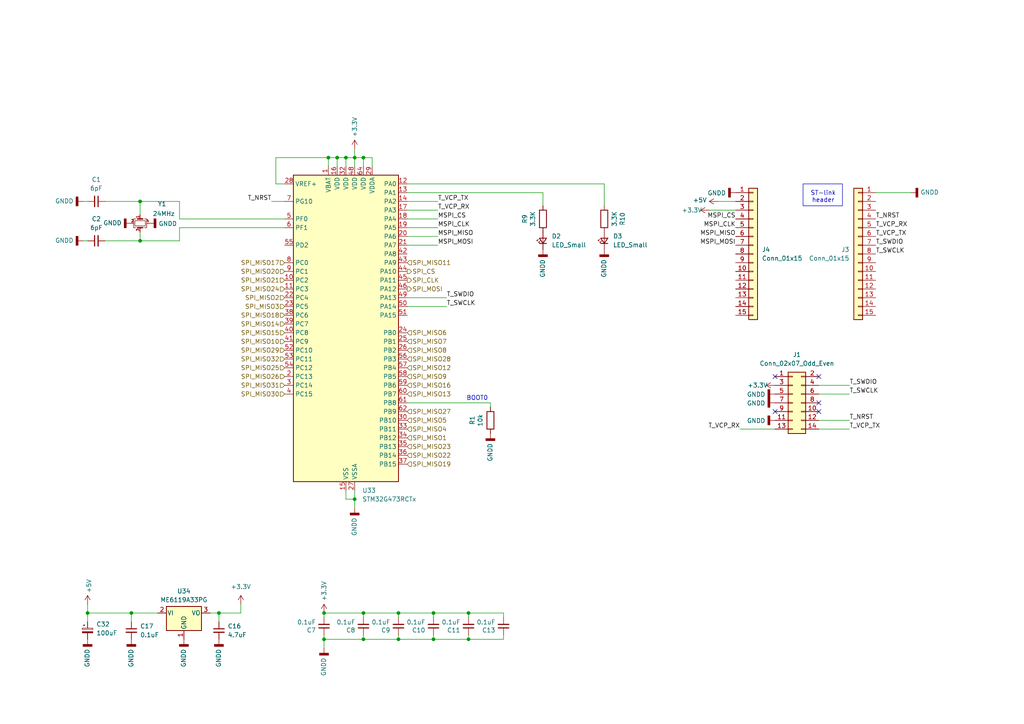
<source format=kicad_sch>
(kicad_sch (version 20231120) (generator "eeschema") (generator_version "8.0")
  (paper "A4")
  (lib_symbols
    (symbol "Connector_Generic:Conn_01x15" (pin_names (offset 1.016) hide)
      (property "Reference" "J" (at 0 20.32 0))
      (property "Value" "Conn_01x15" (at 0 -20.32 0))
      (symbol "Conn_01x15_1_1"
        (rectangle (start -1.27 -17.653) (end 0 -17.907) (stroke (width 0.1524)))
        (rectangle (start -1.27 -15.113) (end 0 -15.367) (stroke (width 0.1524)))
        (rectangle (start -1.27 -12.573) (end 0 -12.827) (stroke (width 0.1524)))
        (rectangle (start -1.27 -10.033) (end 0 -10.287) (stroke (width 0.1524)))
        (rectangle (start -1.27 -7.493) (end 0 -7.747) (stroke (width 0.1524)))
        (rectangle (start -1.27 -4.953) (end 0 -5.207) (stroke (width 0.1524)))
        (rectangle (start -1.27 -2.413) (end 0 -2.667) (stroke (width 0.1524)))
        (rectangle (start -1.27 0.127) (end 0 -0.127) (stroke (width 0.1524)))
        (rectangle (start -1.27 2.667) (end 0 2.413) (stroke (width 0.1524)))
        (rectangle (start -1.27 5.207) (end 0 4.953) (stroke (width 0.1524)))
        (rectangle (start -1.27 7.747) (end 0 7.493) (stroke (width 0.1524)))
        (rectangle (start -1.27 10.287) (end 0 10.033) (stroke (width 0.1524)))
        (rectangle (start -1.27 12.827) (end 0 12.573) (stroke (width 0.1524)))
        (rectangle (start -1.27 15.367) (end 0 15.113) (stroke (width 0.1524)))
        (rectangle (start -1.27 17.907) (end 0 17.653) (stroke (width 0.1524)))
        (rectangle (start -1.27 19.05) (end 1.27 -19.05) (stroke (width 0.254)) (fill (type background)))
        (pin passive line (at -5.08 17.78 0) (length 3.81) (name "Pin_1") (number "1"))
        (pin passive line (at -5.08 -5.08 0) (length 3.81) (name "Pin_10") (number "10"))
        (pin passive line (at -5.08 -7.62 0) (length 3.81) (name "Pin_11") (number "11"))
        (pin passive line (at -5.08 -10.16 0) (length 3.81) (name "Pin_12") (number "12"))
        (pin passive line (at -5.08 -12.7 0) (length 3.81) (name "Pin_13") (number "13"))
        (pin passive line (at -5.08 -15.24 0) (length 3.81) (name "Pin_14") (number "14"))
        (pin passive line (at -5.08 -17.78 0) (length 3.81) (name "Pin_15") (number "15"))
        (pin passive line (at -5.08 15.24 0) (length 3.81) (name "Pin_2") (number "2"))
        (pin passive line (at -5.08 12.7 0) (length 3.81) (name "Pin_3") (number "3"))
        (pin passive line (at -5.08 10.16 0) (length 3.81) (name "Pin_4") (number "4"))
        (pin passive line (at -5.08 7.62 0) (length 3.81) (name "Pin_5") (number "5"))
        (pin passive line (at -5.08 5.08 0) (length 3.81) (name "Pin_6") (number "6"))
        (pin passive line (at -5.08 2.54 0) (length 3.81) (name "Pin_7") (number "7"))
        (pin passive line (at -5.08 0 0) (length 3.81) (name "Pin_8") (number "8"))
        (pin passive line (at -5.08 -2.54 0) (length 3.81) (name "Pin_9") (number "9"))
      )
    )
    (symbol "Connector_Generic:Conn_02x07_Odd_Even" (pin_names (offset 1.016) hide)
      (property "Reference" "J" (at 1.27 10.16 0))
      (property "Value" "Conn_02x07_Odd_Even" (at 1.27 -10.16 0))
      (symbol "Conn_02x07_Odd_Even_1_1"
        (rectangle (start -1.27 -7.493) (end 0 -7.747) (stroke (width 0.1524)))
        (rectangle (start -1.27 -4.953) (end 0 -5.207) (stroke (width 0.1524)))
        (rectangle (start -1.27 -2.413) (end 0 -2.667) (stroke (width 0.1524)))
        (rectangle (start -1.27 0.127) (end 0 -0.127) (stroke (width 0.1524)))
        (rectangle (start -1.27 2.667) (end 0 2.413) (stroke (width 0.1524)))
        (rectangle (start -1.27 5.207) (end 0 4.953) (stroke (width 0.1524)))
        (rectangle (start -1.27 7.747) (end 0 7.493) (stroke (width 0.1524)))
        (rectangle (start -1.27 8.89) (end 3.81 -8.89) (stroke (width 0.254)) (fill (type background)))
        (rectangle (start 3.81 -7.493) (end 2.54 -7.747) (stroke (width 0.1524)))
        (rectangle (start 3.81 -4.953) (end 2.54 -5.207) (stroke (width 0.1524)))
        (rectangle (start 3.81 -2.413) (end 2.54 -2.667) (stroke (width 0.1524)))
        (rectangle (start 3.81 0.127) (end 2.54 -0.127) (stroke (width 0.1524)))
        (rectangle (start 3.81 2.667) (end 2.54 2.413) (stroke (width 0.1524)))
        (rectangle (start 3.81 5.207) (end 2.54 4.953) (stroke (width 0.1524)))
        (rectangle (start 3.81 7.747) (end 2.54 7.493) (stroke (width 0.1524)))
        (pin passive line (at -5.08 7.62 0) (length 3.81) (name "Pin_1") (number "1"))
        (pin passive line (at 7.62 -2.54 180) (length 3.81) (name "Pin_10") (number "10"))
        (pin passive line (at -5.08 -5.08 0) (length 3.81) (name "Pin_11") (number "11"))
        (pin passive line (at 7.62 -5.08 180) (length 3.81) (name "Pin_12") (number "12"))
        (pin passive line (at -5.08 -7.62 0) (length 3.81) (name "Pin_13") (number "13"))
        (pin passive line (at 7.62 -7.62 180) (length 3.81) (name "Pin_14") (number "14"))
        (pin passive line (at 7.62 7.62 180) (length 3.81) (name "Pin_2") (number "2"))
        (pin passive line (at -5.08 5.08 0) (length 3.81) (name "Pin_3") (number "3"))
        (pin passive line (at 7.62 5.08 180) (length 3.81) (name "Pin_4") (number "4"))
        (pin passive line (at -5.08 2.54 0) (length 3.81) (name "Pin_5") (number "5"))
        (pin passive line (at 7.62 2.54 180) (length 3.81) (name "Pin_6") (number "6"))
        (pin passive line (at -5.08 0 0) (length 3.81) (name "Pin_7") (number "7"))
        (pin passive line (at 7.62 0 180) (length 3.81) (name "Pin_8") (number "8"))
        (pin passive line (at -5.08 -2.54 0) (length 3.81) (name "Pin_9") (number "9"))
      )
    )
    (symbol "Device:C_Polarized_Small" (pin_numbers hide) (pin_names (offset 0.254) hide)
      (property "Reference" "C" (at 0.254 1.778 0))
      (property "Value" "C_Polarized_Small" (at 0.254 -2.032 0))
      (symbol "C_Polarized_Small_0_1"
        (rectangle (start -1.524 -0.3048) (end 1.524 -0.6858) (fill (type outline)))
        (rectangle (start -1.524 0.6858) (end 1.524 0.3048))
        (polyline (pts (xy -1.27 1.524) (xy -0.762 1.524)))
        (polyline (pts (xy -1.016 1.27) (xy -1.016 1.778)))
      )
      (symbol "C_Polarized_Small_1_1"
        (pin passive line (at 0 2.54 270) (length 1.8542) (name "~") (number "1"))
        (pin passive line (at 0 -2.54 90) (length 1.8542) (name "~") (number "2"))
      )
    )
    (symbol "Device:C_Small" (pin_numbers hide) (pin_names (offset 0.254) hide)
      (property "Reference" "C" (at 0.254 1.778 0))
      (property "Value" "C_Small" (at 0.254 -2.032 0))
      (symbol "C_Small_0_1"
        (polyline (pts (xy -1.524 -0.508) (xy 1.524 -0.508)) (stroke (width 0.3302)))
        (polyline (pts (xy -1.524 0.508) (xy 1.524 0.508)) (stroke (width 0.3048)))
      )
      (symbol "C_Small_1_1"
        (pin passive line (at 0 2.54 270) (length 2.032) (name "~") (number "1"))
        (pin passive line (at 0 -2.54 90) (length 2.032) (name "~") (number "2"))
      )
    )
    (symbol "Device:Crystal_GND24_Small" (pin_names (offset 1.016) hide)
      (property "Reference" "Y" (at 1.27 4.445 0))
      (property "Value" "Crystal_GND24_Small" (at 1.27 2.54 0))
      (symbol "Crystal_GND24_Small_0_1"
        (rectangle (start -0.762 -1.524) (end 0.762 1.524))
        (polyline (pts (xy -1.27 -0.762) (xy -1.27 0.762)) (stroke (width 0.381)))
        (polyline (pts (xy 1.27 -0.762) (xy 1.27 0.762)) (stroke (width 0.381)))
        (polyline (pts (xy -1.27 -1.27) (xy -1.27 -1.905) (xy 1.27 -1.905) (xy 1.27 -1.27)))
        (polyline (pts (xy -1.27 1.27) (xy -1.27 1.905) (xy 1.27 1.905) (xy 1.27 1.27)))
      )
      (symbol "Crystal_GND24_Small_1_1"
        (pin passive line (at -2.54 0 0) (length 1.27) (name "1") (number "1"))
        (pin passive line (at 0 -2.54 90) (length 0.635) (name "2") (number "2"))
        (pin passive line (at 2.54 0 180) (length 1.27) (name "3") (number "3"))
        (pin passive line (at 0 2.54 270) (length 0.635) (name "4") (number "4"))
      )
    )
    (symbol "Device:LED_Small" (pin_numbers hide) (pin_names (offset 0.254) hide)
      (property "Reference" "D" (at -1.27 3.175 0))
      (property "Value" "LED_Small" (at -4.445 -2.54 0))
      (symbol "LED_Small_0_1"
        (polyline (pts (xy -0.762 -1.016) (xy -0.762 1.016)) (stroke (width 0.254)))
        (polyline (pts (xy 1.016 0) (xy -0.762 0)))
        (polyline (pts (xy 0.762 -1.016) (xy -0.762 0) (xy 0.762 1.016) (xy 0.762 -1.016)) (stroke (width 0.254)))
        (polyline (pts (xy 0 0.762) (xy -0.508 1.27) (xy -0.254 1.27) (xy -0.508 1.27) (xy -0.508 1.016)))
        (polyline (pts (xy 0.508 1.27) (xy 0 1.778) (xy 0.254 1.778) (xy 0 1.778) (xy 0 1.524)))
      )
      (symbol "LED_Small_1_1"
        (pin passive line (at -2.54 0 0) (length 1.778) (name "K") (number "1"))
        (pin passive line (at 2.54 0 180) (length 1.778) (name "A") (number "2"))
      )
    )
    (symbol "Device:R" (pin_numbers hide) (pin_names (offset 0))
      (property "Reference" "R" (at 2.032 0 90))
      (property "Value" "R" (at 0 0 90))
      (symbol "R_0_1"
        (rectangle (start -1.016 -2.54) (end 1.016 2.54) (stroke (width 0.254)))
      )
      (symbol "R_1_1"
        (pin passive line (at 0 3.81 270) (length 1.27) (name "~") (number "1"))
        (pin passive line (at 0 -3.81 90) (length 1.27) (name "~") (number "2"))
      )
    )
    (symbol "MCU_ST_STM32G4:STM32G473RCTx"
      (property "Reference" "U" (at -15.24 46.99 0))
      (property "Value" "STM32G473RCTx" (at 10.16 46.99 0))
      (symbol "STM32G473RCTx_0_1"
        (rectangle (start -15.24 -43.18) (end 15.24 45.72) (stroke (width 0.254)) (fill (type background)))
      )
      (symbol "STM32G473RCTx_1_1"
        (pin power_in line (at -5.08 48.26 270) (length 2.54) (name "VBAT") (number "1"))
        (pin bidirectional line (at -17.78 15.24 0) (length 2.54) (name "PC2") (number "10"))
        (pin bidirectional line (at -17.78 12.7 0) (length 2.54) (name "PC3") (number "11"))
        (pin bidirectional line (at 17.78 43.18 180) (length 2.54) (name "PA0") (number "12"))
        (pin bidirectional line (at 17.78 40.64 180) (length 2.54) (name "PA1") (number "13"))
        (pin bidirectional line (at 17.78 38.1 180) (length 2.54) (name "PA2") (number "14"))
        (pin power_in line (at 0 -45.72 90) (length 2.54) (name "VSS") (number "15"))
        (pin power_in line (at -2.54 48.26 270) (length 2.54) (name "VDD") (number "16"))
        (pin bidirectional line (at 17.78 35.56 180) (length 2.54) (name "PA3") (number "17"))
        (pin bidirectional line (at 17.78 33.02 180) (length 2.54) (name "PA4") (number "18"))
        (pin bidirectional line (at 17.78 30.48 180) (length 2.54) (name "PA5") (number "19"))
        (pin bidirectional line (at -17.78 -12.7 0) (length 2.54) (name "PC13") (number "2"))
        (pin bidirectional line (at 17.78 27.94 180) (length 2.54) (name "PA6") (number "20"))
        (pin bidirectional line (at 17.78 25.4 180) (length 2.54) (name "PA7") (number "21"))
        (pin bidirectional line (at -17.78 10.16 0) (length 2.54) (name "PC4") (number "22"))
        (pin bidirectional line (at -17.78 7.62 0) (length 2.54) (name "PC5") (number "23"))
        (pin bidirectional line (at 17.78 0 180) (length 2.54) (name "PB0") (number "24"))
        (pin bidirectional line (at 17.78 -2.54 180) (length 2.54) (name "PB1") (number "25"))
        (pin bidirectional line (at 17.78 -5.08 180) (length 2.54) (name "PB2") (number "26"))
        (pin power_in line (at 2.54 -45.72 90) (length 2.54) (name "VSSA") (number "27"))
        (pin input line (at -17.78 43.18 0) (length 2.54) (name "VREF+") (number "28"))
        (pin power_in line (at 7.62 48.26 270) (length 2.54) (name "VDDA") (number "29"))
        (pin bidirectional line (at -17.78 -15.24 0) (length 2.54) (name "PC14") (number "3"))
        (pin bidirectional line (at 17.78 -25.4 180) (length 2.54) (name "PB10") (number "30"))
        (pin passive line (at 0 -45.72 90) (length 2.54) hide (name "VSS") (number "31"))
        (pin power_in line (at 0 48.26 270) (length 2.54) (name "VDD") (number "32"))
        (pin bidirectional line (at 17.78 -27.94 180) (length 2.54) (name "PB11") (number "33"))
        (pin bidirectional line (at 17.78 -30.48 180) (length 2.54) (name "PB12") (number "34"))
        (pin bidirectional line (at 17.78 -33.02 180) (length 2.54) (name "PB13") (number "35"))
        (pin bidirectional line (at 17.78 -35.56 180) (length 2.54) (name "PB14") (number "36"))
        (pin bidirectional line (at 17.78 -38.1 180) (length 2.54) (name "PB15") (number "37"))
        (pin bidirectional line (at -17.78 5.08 0) (length 2.54) (name "PC6") (number "38"))
        (pin bidirectional line (at -17.78 2.54 0) (length 2.54) (name "PC7") (number "39"))
        (pin bidirectional line (at -17.78 -17.78 0) (length 2.54) (name "PC15") (number "4"))
        (pin bidirectional line (at -17.78 0 0) (length 2.54) (name "PC8") (number "40"))
        (pin bidirectional line (at -17.78 -2.54 0) (length 2.54) (name "PC9") (number "41"))
        (pin bidirectional line (at 17.78 22.86 180) (length 2.54) (name "PA8") (number "42"))
        (pin bidirectional line (at 17.78 20.32 180) (length 2.54) (name "PA9") (number "43"))
        (pin bidirectional line (at 17.78 17.78 180) (length 2.54) (name "PA10") (number "44"))
        (pin bidirectional line (at 17.78 15.24 180) (length 2.54) (name "PA11") (number "45"))
        (pin bidirectional line (at 17.78 12.7 180) (length 2.54) (name "PA12") (number "46"))
        (pin passive line (at 0 -45.72 90) (length 2.54) hide (name "VSS") (number "47"))
        (pin power_in line (at 2.54 48.26 270) (length 2.54) (name "VDD") (number "48"))
        (pin bidirectional line (at 17.78 10.16 180) (length 2.54) (name "PA13") (number "49"))
        (pin bidirectional line (at -17.78 33.02 0) (length 2.54) (name "PF0") (number "5"))
        (pin bidirectional line (at 17.78 7.62 180) (length 2.54) (name "PA14") (number "50"))
        (pin bidirectional line (at 17.78 5.08 180) (length 2.54) (name "PA15") (number "51"))
        (pin bidirectional line (at -17.78 -5.08 0) (length 2.54) (name "PC10") (number "52"))
        (pin bidirectional line (at -17.78 -7.62 0) (length 2.54) (name "PC11") (number "53"))
        (pin bidirectional line (at -17.78 -10.16 0) (length 2.54) (name "PC12") (number "54"))
        (pin bidirectional line (at -17.78 25.4 0) (length 2.54) (name "PD2") (number "55"))
        (pin bidirectional line (at 17.78 -7.62 180) (length 2.54) (name "PB3") (number "56"))
        (pin bidirectional line (at 17.78 -10.16 180) (length 2.54) (name "PB4") (number "57"))
        (pin bidirectional line (at 17.78 -12.7 180) (length 2.54) (name "PB5") (number "58"))
        (pin bidirectional line (at 17.78 -15.24 180) (length 2.54) (name "PB6") (number "59"))
        (pin bidirectional line (at -17.78 30.48 0) (length 2.54) (name "PF1") (number "6"))
        (pin bidirectional line (at 17.78 -17.78 180) (length 2.54) (name "PB7") (number "60"))
        (pin bidirectional line (at 17.78 -20.32 180) (length 2.54) (name "PB8") (number "61"))
        (pin bidirectional line (at 17.78 -22.86 180) (length 2.54) (name "PB9") (number "62"))
        (pin passive line (at 0 -45.72 90) (length 2.54) hide (name "VSS") (number "63"))
        (pin power_in line (at 5.08 48.26 270) (length 2.54) (name "VDD") (number "64"))
        (pin bidirectional line (at -17.78 38.1 0) (length 2.54) (name "PG10") (number "7"))
        (pin bidirectional line (at -17.78 20.32 0) (length 2.54) (name "PC0") (number "8"))
        (pin bidirectional line (at -17.78 17.78 0) (length 2.54) (name "PC1") (number "9"))
      )
    )
    (symbol "Regulator_Linear:MCP1700x-330xxMB" (pin_names (offset 0.254))
      (property "Reference" "U" (at -3.81 3.175 0))
      (property "Value" "MCP1700x-330xxMB" (at 0 3.175 0))
      (symbol "MCP1700x-330xxMB_0_1"
        (rectangle (start -5.08 -5.08) (end 5.08 1.905) (stroke (width 0.254)) (fill (type background)))
      )
      (symbol "MCP1700x-330xxMB_1_1"
        (pin power_in line (at 0 -7.62 90) (length 2.54) (name "GND") (number "1"))
        (pin power_in line (at -7.62 0 0) (length 2.54) (name "VI") (number "2"))
        (pin power_out line (at 7.62 0 180) (length 2.54) (name "VO") (number "3"))
      )
    )
    (symbol "power:+3.3V" (power) (pin_names (offset 0))
      (property "Value" "+3.3V" (at 0 3.556 0))
      (symbol "+3.3V_0_1"
        (polyline (pts (xy -0.762 1.27) (xy 0 2.54)))
        (polyline (pts (xy 0 0) (xy 0 2.54)))
        (polyline (pts (xy 0 2.54) (xy 0.762 1.27)))
      )
      (symbol "+3.3V_1_1"
        (pin power_in line (at 0 0 90) (length 0) hide (name "+3.3V") (number "1"))
      )
    )
    (symbol "power:+5V" (power) (pin_names (offset 0))
      (property "Value" "+5V" (at 0 3.556 0))
      (symbol "+5V_0_1"
        (polyline (pts (xy -0.762 1.27) (xy 0 2.54)))
        (polyline (pts (xy 0 0) (xy 0 2.54)))
        (polyline (pts (xy 0 2.54) (xy 0.762 1.27)))
      )
      (symbol "+5V_1_1"
        (pin power_in line (at 0 0 90) (length 0) hide (name "+5V") (number "1"))
      )
    )
    (symbol "power:GNDD" (power) (pin_names (offset 0))
      (property "Value" "GNDD" (at 0 -3.175 0))
      (symbol "GNDD_0_1"
        (rectangle (start -1.27 -1.524) (end 1.27 -2.032) (stroke (width 0.254)) (fill (type outline)))
        (polyline (pts (xy 0 0) (xy 0 -1.524)))
      )
      (symbol "GNDD_1_1"
        (pin power_in line (at 0 0 270) (length 0) hide (name "GNDD") (number "1"))
      )
    )
  )
  (junction (at 105.41 45.72))
  (junction (at 93.98 185.42))
  (junction (at 100.33 45.72))
  (junction (at 135.89 177.8))
  (junction (at 125.73 177.8))
  (junction (at 102.87 45.72))
  (junction (at 105.41 185.42))
  (junction (at 97.79 45.72))
  (junction (at 102.87 144.78))
  (junction (at 93.98 177.8))
  (junction (at 105.41 177.8))
  (junction (at 125.73 185.42))
  (junction (at 115.57 185.42))
  (junction (at 40.64 58.42))
  (junction (at 63.5 177.8))
  (junction (at 95.25 45.72))
  (junction (at 135.89 185.42))
  (junction (at 38.1 177.8))
  (junction (at 25.4 177.8))
  (junction (at 40.64 69.85))
  (junction (at 115.57 177.8))
  (no_connect (at 224.79 109.22))
  (no_connect (at 224.79 119.38))
  (no_connect (at 237.49 109.22))
  (no_connect (at 237.49 116.84))
  (no_connect (at 237.49 119.38))
  (wire (pts (xy 63.5 177.8) (xy 60.96 177.8)))
  (wire (pts (xy 146.05 177.8) (xy 146.05 179.07)))
  (wire (pts (xy 52.07 63.5) (xy 52.07 58.42)))
  (wire (pts (xy 246.38 111.76) (xy 237.49 111.76)))
  (wire (pts (xy 40.64 69.85) (xy 30.48 69.85)))
  (wire (pts (xy 25.4 58.42) (xy 24.13 58.42)))
  (wire (pts (xy 102.87 147.32) (xy 102.87 144.78)))
  (wire (pts (xy 118.11 88.9) (xy 129.54 88.9)))
  (wire (pts (xy 205.74 60.96) (xy 213.36 60.96)))
  (wire (pts (xy 80.01 53.34) (xy 80.01 45.72)))
  (wire (pts (xy 127 68.58) (xy 118.11 68.58)))
  (wire (pts (xy 135.89 185.42) (xy 135.89 184.15)))
  (wire (pts (xy 105.41 45.72) (xy 105.41 48.26)))
  (wire (pts (xy 93.98 177.8) (xy 105.41 177.8)))
  (wire (pts (xy 246.38 121.92) (xy 237.49 121.92)))
  (wire (pts (xy 118.11 58.42) (xy 127 58.42)))
  (wire (pts (xy 157.48 55.88) (xy 157.48 59.69)))
  (wire (pts (xy 125.73 177.8) (xy 135.89 177.8)))
  (wire (pts (xy 100.33 142.24) (xy 100.33 144.78)))
  (wire (pts (xy 25.4 177.8) (xy 38.1 177.8)))
  (wire (pts (xy 105.41 45.72) (xy 102.87 45.72)))
  (wire (pts (xy 105.41 177.8) (xy 115.57 177.8)))
  (wire (pts (xy 115.57 177.8) (xy 125.73 177.8)))
  (wire (pts (xy 125.73 185.42) (xy 125.73 184.15)))
  (wire (pts (xy 127 66.04) (xy 118.11 66.04)))
  (wire (pts (xy 52.07 66.04) (xy 52.07 69.85)))
  (wire (pts (xy 93.98 185.42) (xy 93.98 187.96)))
  (wire (pts (xy 93.98 185.42) (xy 105.41 185.42)))
  (wire (pts (xy 102.87 144.78) (xy 102.87 142.24)))
  (wire (pts (xy 102.87 45.72) (xy 100.33 45.72)))
  (wire (pts (xy 40.64 67.31) (xy 40.64 69.85)))
  (wire (pts (xy 25.4 177.8) (xy 25.4 180.34)))
  (wire (pts (xy 135.89 177.8) (xy 135.89 179.07)))
  (wire (pts (xy 125.73 185.42) (xy 135.89 185.42)))
  (wire (pts (xy 208.28 58.42) (xy 213.36 58.42)))
  (wire (pts (xy 107.95 45.72) (xy 105.41 45.72)))
  (wire (pts (xy 93.98 184.15) (xy 93.98 185.42)))
  (wire (pts (xy 135.89 185.42) (xy 146.05 185.42)))
  (wire (pts (xy 115.57 177.8) (xy 115.57 179.07)))
  (wire (pts (xy 118.11 53.34) (xy 175.26 53.34)))
  (wire (pts (xy 82.55 53.34) (xy 80.01 53.34)))
  (wire (pts (xy 246.38 124.46) (xy 237.49 124.46)))
  (wire (pts (xy 115.57 185.42) (xy 115.57 184.15)))
  (wire (pts (xy 38.1 180.34) (xy 38.1 177.8)))
  (wire (pts (xy 25.4 175.26) (xy 25.4 177.8)))
  (wire (pts (xy 105.41 177.8) (xy 105.41 179.07)))
  (wire (pts (xy 25.4 69.85) (xy 24.13 69.85)))
  (wire (pts (xy 107.95 48.26) (xy 107.95 45.72)))
  (wire (pts (xy 40.64 69.85) (xy 52.07 69.85)))
  (wire (pts (xy 142.24 116.84) (xy 118.11 116.84)))
  (wire (pts (xy 38.1 177.8) (xy 45.72 177.8)))
  (wire (pts (xy 127 71.12) (xy 118.11 71.12)))
  (wire (pts (xy 40.64 62.23) (xy 40.64 58.42)))
  (wire (pts (xy 115.57 185.42) (xy 125.73 185.42)))
  (wire (pts (xy 264.16 55.88) (xy 254 55.88)))
  (wire (pts (xy 93.98 177.8) (xy 93.98 179.07)))
  (wire (pts (xy 118.11 60.96) (xy 127 60.96)))
  (wire (pts (xy 100.33 144.78) (xy 102.87 144.78)))
  (wire (pts (xy 52.07 58.42) (xy 40.64 58.42)))
  (wire (pts (xy 142.24 118.11) (xy 142.24 116.84)))
  (wire (pts (xy 97.79 45.72) (xy 97.79 48.26)))
  (wire (pts (xy 69.85 177.8) (xy 69.85 175.26)))
  (wire (pts (xy 135.89 177.8) (xy 146.05 177.8)))
  (wire (pts (xy 246.38 114.3) (xy 237.49 114.3)))
  (wire (pts (xy 82.55 66.04) (xy 52.07 66.04)))
  (wire (pts (xy 82.55 63.5) (xy 52.07 63.5)))
  (wire (pts (xy 78.74 58.42) (xy 82.55 58.42)))
  (wire (pts (xy 30.48 58.42) (xy 40.64 58.42)))
  (wire (pts (xy 63.5 177.8) (xy 69.85 177.8)))
  (wire (pts (xy 127 63.5) (xy 118.11 63.5)))
  (wire (pts (xy 80.01 45.72) (xy 95.25 45.72)))
  (wire (pts (xy 97.79 45.72) (xy 95.25 45.72)))
  (wire (pts (xy 100.33 45.72) (xy 97.79 45.72)))
  (wire (pts (xy 105.41 185.42) (xy 105.41 184.15)))
  (wire (pts (xy 63.5 180.34) (xy 63.5 177.8)))
  (wire (pts (xy 105.41 185.42) (xy 115.57 185.42)))
  (wire (pts (xy 118.11 86.36) (xy 129.54 86.36)))
  (wire (pts (xy 100.33 45.72) (xy 100.33 48.26)))
  (wire (pts (xy 118.11 55.88) (xy 157.48 55.88)))
  (wire (pts (xy 125.73 177.8) (xy 125.73 179.07)))
  (wire (pts (xy 146.05 185.42) (xy 146.05 184.15)))
  (wire (pts (xy 95.25 45.72) (xy 95.25 48.26)))
  (wire (pts (xy 102.87 43.18) (xy 102.87 45.72)))
  (wire (pts (xy 214.63 124.46) (xy 224.79 124.46)))
  (wire (pts (xy 175.26 53.34) (xy 175.26 59.69)))
  (wire (pts (xy 102.87 45.72) (xy 102.87 48.26)))
  (rectangle (start 232.918 53.34) (end 244.348 59.69))
  (text "ST-link\nheader" (at 238.76 57.15 0) (effects (font (size 1.27 1.27))))
  (text "BOOT0" (at 138.43 115.57 0) (effects (font (size 1.27 1.27))))
  (label "T_VCP_RX" (at 214.63 124.46 180))
  (label "T_SWCLK" (at 254 73.66 0))
  (label "T_NRST" (at 254 63.5 0))
  (label "T_VCP_RX" (at 254 66.04 0))
  (label "MSPI_CS" (at 213.36 63.5 180))
  (label "MSPI_MOSI" (at 127 71.12 0))
  (label "T_NRST" (at 78.74 58.42 180))
  (label "MSPI_CLK" (at 127 66.04 0))
  (label "MSPI_MISO" (at 213.36 68.58 180))
  (label "T_SWCLK" (at 246.38 114.3 0))
  (label "T_SWDIO" (at 246.38 111.76 0))
  (label "T_NRST" (at 246.38 121.92 0))
  (label "MSPI_CS" (at 127 63.5 0))
  (label "T_SWDIO" (at 129.54 86.36 0))
  (label "T_VCP_TX" (at 127 58.42 0))
  (label "MSPI_MISO" (at 127 68.58 0))
  (label "T_VCP_TX" (at 254 68.58 0))
  (label "T_VCP_TX" (at 246.38 124.46 0))
  (label "T_VCP_RX" (at 127 60.96 0))
  (label "MSPI_MOSI" (at 213.36 71.12 180))
  (label "T_SWCLK" (at 129.54 88.9 0))
  (label "T_SWDIO" (at 254 71.12 0))
  (label "MSPI_CLK" (at 213.36 66.04 180))
  (hierarchical_label "SPI_MISO14" (shape input) (at 82.55 93.98 180))
  (hierarchical_label "SPI_MISO24" (shape input) (at 82.55 83.82 180))
  (hierarchical_label "SPI_MISO16" (shape input) (at 118.11 111.76 0))
  (hierarchical_label "SPI_MISO8" (shape input) (at 118.11 101.6 0))
  (hierarchical_label "SPI_MISO9" (shape input) (at 118.11 109.22 0))
  (hierarchical_label "SPI_MISO23" (shape input) (at 118.11 129.54 0))
  (hierarchical_label "SPI_MISO21" (shape input) (at 82.55 81.28 180))
  (hierarchical_label "SPI_MISO4" (shape input) (at 118.11 124.46 0))
  (hierarchical_label "SPI_MISO13" (shape input) (at 118.11 114.3 0))
  (hierarchical_label "SPI_MISO7" (shape input) (at 118.11 99.06 0))
  (hierarchical_label "SPI_MISO6" (shape input) (at 118.11 96.52 0))
  (hierarchical_label "SPI_MISO3" (shape input) (at 82.55 88.9 180))
  (hierarchical_label "SPI_MISO12" (shape input) (at 118.11 106.68 0))
  (hierarchical_label "SPI_MISO28" (shape input) (at 118.11 104.14 0))
  (hierarchical_label "SPI_MISO11" (shape input) (at 118.11 76.2 0))
  (hierarchical_label "SPI_CLK" (shape output) (at 118.11 81.28 0))
  (hierarchical_label "SPI_MISO10" (shape input) (at 82.55 99.06 180))
  (hierarchical_label "SPI_MISO31" (shape input) (at 82.55 111.76 180))
  (hierarchical_label "SPI_MISO32" (shape input) (at 82.55 104.14 180))
  (hierarchical_label "SPI_MOSI" (shape output) (at 118.11 83.82 0))
  (hierarchical_label "SPI_MISO5" (shape input) (at 118.11 121.92 0))
  (hierarchical_label "SPI_MISO19" (shape input) (at 118.11 134.62 0))
  (hierarchical_label "SPI_MISO27" (shape input) (at 118.11 119.38 0))
  (hierarchical_label "SPI_MISO17" (shape input) (at 82.55 76.2 180))
  (hierarchical_label "SPI_MISO22" (shape input) (at 118.11 132.08 0))
  (hierarchical_label "SPI_MISO18" (shape input) (at 82.55 91.44 180))
  (hierarchical_label "SPI_CS" (shape output) (at 118.11 78.74 0))
  (hierarchical_label "SPI_MISO15" (shape input) (at 82.55 96.52 180))
  (hierarchical_label "SPI_MISO20" (shape input) (at 82.55 78.74 180))
  (hierarchical_label "SPI_MISO30" (shape input) (at 82.55 114.3 180))
  (hierarchical_label "SPI_MISO29" (shape input) (at 82.55 101.6 180))
  (hierarchical_label "SPI_MISO2" (shape input) (at 82.55 86.36 180))
  (hierarchical_label "SPI_MISO25" (shape input) (at 82.55 106.68 180))
  (hierarchical_label "SPI_MISO26" (shape input) (at 82.55 109.22 180))
  (hierarchical_label "SPI_MISO1" (shape input) (at 118.11 127 0))
  (symbol (lib_id "power:GNDD") (at 224.79 116.84 270) (unit 1)
    (property "Reference" "#PWR010" (effects (hide yes)))
    (property "Value" "GNDD" (at 221.996 116.9416 90) (effects (justify right)))
  )
  (symbol (lib_id "Connector_Generic:Conn_01x15") (at 218.44 73.66 0) (unit 1)
    (property "Reference" "J4" (at 220.98 72.3899 0) (effects (justify left)))
    (property "Value" "Conn_01x15" (at 220.98 74.9299 0) (effects (justify left)))
    (property "Footprint" "Connector_PinHeader_2.54mm:PinHeader_1x15_P2.54mm_Vertical" (effects (hide yes)))
    (property "Description" "Generic connector, single row, 01x15, script generated (kicad-library-utils/schlib/autogen/connector/)" (effects (hide yes)))
  )
  (symbol (lib_id "Device:R") (at 175.26 63.5 180) (unit 1)
    (property "Reference" "R10" (at 180.5178 63.5 90))
    (property "Value" "3.3K" (at 178.2064 63.5 90))
    (property "Footprint" "Resistor_SMD:R_0402_1005Metric" (effects (hide yes)))
  )
  (symbol (lib_id "MCU_ST_STM32G4:STM32G473RCTx") (at 100.33 96.52 0) (unit 1)
    (property "Reference" "U33" (at 105.0641 142.24 0) (effects (justify left)))
    (property "Value" "STM32G473RCTx" (at 105.0641 144.78 0) (effects (justify left)))
    (property "Footprint" "Package_QFP:LQFP-64_10x10mm_P0.5mm" (effects (hide yes)))
    (property "Datasheet" "https://www.st.com/resource/en/datasheet/stm32g473rc.pdf" (effects (hide yes)))
    (property "Description" "STMicroelectronics Arm Cortex-M4 MCU, 256KB flash, 128KB RAM, 170 MHz, 1.71-3.6V, 52 GPIO, LQFP64" (effects (hide yes)))
  )
  (symbol (lib_id "Device:C_Small") (at 27.94 69.85 90) (unit 1)
    (property "Reference" "C2" (at 27.9463 63.5 90))
    (property "Value" "6pF" (at 27.9463 66.04 90))
    (property "Footprint" "Capacitor_SMD:C_0402_1005Metric" (effects (hide yes)))
    (property "Description" "Unpolarized capacitor, small symbol" (effects (hide yes)))
  )
  (symbol (lib_id "power:+5V") (at 208.28 58.42 90) (unit 1)
    (property "Reference" "#PWR012" (effects (hide yes)))
    (property "Value" "+5V" (at 205.0288 58.039 90) (effects (justify left)))
  )
  (symbol (lib_id "power:+3.3V") (at 224.79 111.76 90) (mirror x) (unit 1)
    (property "Reference" "#PWR08" (effects (hide yes)))
    (property "Value" "+3.3V" (at 219.71 111.76 90))
  )
  (symbol (lib_id "Device:LED_Small") (at 157.48 69.85 90) (unit 1)
    (property "Reference" "D2" (at 160.02 68.5164 90) (effects (justify right)))
    (property "Value" "LED_Small" (at 160.02 71.0564 90) (effects (justify right)))
    (property "Footprint" "LED_SMD:LED_0603_1608Metric" (effects (hide yes)))
    (property "Description" "Light emitting diode, small symbol" (effects (hide yes)))
  )
  (symbol (lib_id "power:+3.3V") (at 93.98 177.8 0) (unit 1)
    (property "Reference" "#PWR024" (effects (hide yes)))
    (property "Value" "+3.3V" (at 93.98 171.45 90))
  )
  (symbol (lib_id "power:+3.3V") (at 102.87 43.18 0) (unit 1)
    (property "Reference" "#PWR02" (effects (hide yes)))
    (property "Value" "+3.3V" (at 102.87 36.83 90))
  )
  (symbol (lib_id "Device:R") (at 157.48 63.5 0) (unit 1)
    (property "Reference" "R9" (at 152.2222 63.5 90))
    (property "Value" "3.3K" (at 154.5336 63.5 90))
    (property "Footprint" "Resistor_SMD:R_0402_1005Metric" (effects (hide yes)))
  )
  (symbol (lib_id "power:GNDD") (at 224.79 114.3 270) (unit 1)
    (property "Reference" "#PWR09" (effects (hide yes)))
    (property "Value" "GNDD" (at 221.996 114.4016 90) (effects (justify right)))
  )
  (symbol (lib_id "Regulator_Linear:MCP1700x-330xxMB") (at 53.34 177.8 0) (unit 1)
    (property "Reference" "U34" (at 53.34 171.45 0))
    (property "Value" "ME6119A33PG" (at 53.34 173.99 0))
    (property "Footprint" "Package_TO_SOT_SMD:SOT-89-3" (effects (hide yes)))
    (property "Datasheet" "http://ww1.microchip.com/downloads/en/DeviceDoc/20001826D.pdf" (effects (hide yes)))
    (property "Description" "250mA Low Quiscent Current LDO, 3.3V output, SOT-89" (effects (hide yes)))
  )
  (symbol (lib_id "power:GNDD") (at 224.79 121.92 270) (unit 1)
    (property "Reference" "#PWR013" (effects (hide yes)))
    (property "Value" "GNDD" (at 221.996 122.0216 90) (effects (justify right)))
  )
  (symbol (lib_id "power:GNDD") (at 63.5 185.42 0) (mirror y) (unit 1)
    (property "Reference" "#PWR039" (effects (hide yes)))
    (property "Value" "GNDD" (at 63.3984 188.214 90) (effects (justify right)))
  )
  (symbol (lib_id "power:+3.3V") (at 69.85 175.26 0) (unit 1)
    (property "Reference" "#PWR037" (effects (hide yes)))
    (property "Value" "+3.3V" (at 69.85 170.18 0))
    (property "Description" "Power symbol creates a global label with name \"+3.3V\"" (effects (hide yes)))
  )
  (symbol (lib_id "power:GNDD") (at 264.16 55.88 90) (unit 1)
    (property "Reference" "#PWR084" (effects (hide yes)))
    (property "Value" "GNDD" (at 266.954 55.7784 90) (effects (justify right)))
  )
  (symbol (lib_id "Device:C_Polarized_Small") (at 25.4 182.88 0) (unit 1)
    (property "Reference" "C32" (at 27.94 181.0638 0) (effects (justify left)))
    (property "Value" "100uF" (at 27.94 183.6038 0) (effects (justify left)))
    (property "Footprint" "Capacitor_Tantalum_SMD:CP_EIA-3528-15_AVX-H" (effects (hide yes)))
    (property "Description" "Polarized capacitor, small symbol" (effects (hide yes)))
  )
  (symbol (lib_id "power:GNDD") (at 43.18 64.77 90) (mirror x) (unit 1)
    (property "Reference" "#PWR07" (effects (hide yes)))
    (property "Value" "GNDD" (at 45.974 64.8716 90) (effects (justify right)))
  )
  (symbol (lib_id "Connector_Generic:Conn_01x15") (at 248.92 73.66 0) (mirror y) (unit 1)
    (property "Reference" "J3" (at 246.38 72.3899 0) (effects (justify left)))
    (property "Value" "Conn_01x15" (at 246.38 74.9299 0) (effects (justify left)))
    (property "Footprint" "Connector_PinHeader_2.54mm:PinHeader_1x15_P2.54mm_Vertical" (effects (hide yes)))
    (property "Description" "Generic connector, single row, 01x15, script generated (kicad-library-utils/schlib/autogen/connector/)" (effects (hide yes)))
  )
  (symbol (lib_id "power:GNDD") (at 93.98 187.96 0) (mirror y) (unit 1)
    (property "Reference" "#PWR025" (effects (hide yes)))
    (property "Value" "GNDD" (at 93.8784 190.754 90) (effects (justify right)))
  )
  (symbol (lib_id "Device:C_Small") (at 146.05 181.61 180) (unit 1)
    (property "Reference" "C13" (at 143.7132 182.7784 0) (effects (justify left)))
    (property "Value" "0.1uF" (at 143.7132 180.467 0) (effects (justify left)))
    (property "Footprint" "Capacitor_SMD:C_0402_1005Metric" (effects (hide yes)))
  )
  (symbol (lib_id "power:GNDD") (at 25.4 185.42 0) (mirror y) (unit 1)
    (property "Reference" "#PWR087" (effects (hide yes)))
    (property "Value" "GNDD" (at 25.2984 188.214 90) (effects (justify right)))
  )
  (symbol (lib_id "Device:C_Small") (at 135.89 181.61 180) (unit 1)
    (property "Reference" "C11" (at 133.5532 182.7784 0) (effects (justify left)))
    (property "Value" "0.1uF" (at 133.5532 180.467 0) (effects (justify left)))
    (property "Footprint" "Capacitor_SMD:C_0402_1005Metric" (effects (hide yes)))
  )
  (symbol (lib_id "power:+3.3V") (at 205.74 60.96 90) (mirror x) (unit 1)
    (property "Reference" "#PWR083" (effects (hide yes)))
    (property "Value" "+3.3V" (at 200.66 60.96 90))
  )
  (symbol (lib_id "Device:C_Small") (at 125.73 181.61 180) (unit 1)
    (property "Reference" "C10" (at 123.3932 182.7784 0) (effects (justify left)))
    (property "Value" "0.1uF" (at 123.3932 180.467 0) (effects (justify left)))
    (property "Footprint" "Capacitor_SMD:C_0402_1005Metric" (effects (hide yes)))
  )
  (symbol (lib_id "power:GNDD") (at 157.48 72.39 0) (mirror y) (unit 1)
    (property "Reference" "#PWR085" (effects (hide yes)))
    (property "Value" "GNDD" (at 157.3784 75.184 90) (effects (justify right)))
  )
  (symbol (lib_id "Device:C_Small") (at 115.57 181.61 180) (unit 1)
    (property "Reference" "C9" (at 113.2332 182.7784 0) (effects (justify left)))
    (property "Value" "0.1uF" (at 113.2332 180.467 0) (effects (justify left)))
    (property "Footprint" "Capacitor_SMD:C_0402_1005Metric" (effects (hide yes)))
  )
  (symbol (lib_id "power:GNDD") (at 53.34 185.42 0) (mirror y) (unit 1)
    (property "Reference" "#PWR036" (effects (hide yes)))
    (property "Value" "GNDD" (at 53.2384 188.214 90) (effects (justify right)))
  )
  (symbol (lib_id "Device:C_Small") (at 38.1 182.88 0) (unit 1)
    (property "Reference" "C17" (at 40.64 181.6162 0) (effects (justify left)))
    (property "Value" "0.1uF" (at 40.64 184.1562 0) (effects (justify left)))
    (property "Footprint" "Capacitor_SMD:C_0402_1005Metric" (effects (hide yes)))
    (property "Description" "Unpolarized capacitor, small symbol" (effects (hide yes)))
  )
  (symbol (lib_id "Device:C_Small") (at 93.98 181.61 180) (unit 1)
    (property "Reference" "C7" (at 91.6432 182.7784 0) (effects (justify left)))
    (property "Value" "0.1uF" (at 91.6432 180.467 0) (effects (justify left)))
    (property "Footprint" "Capacitor_SMD:C_0402_1005Metric" (effects (hide yes)))
  )
  (symbol (lib_id "Device:C_Small") (at 27.94 58.42 270) (unit 1)
    (property "Reference" "C1" (at 27.9336 52.07 90))
    (property "Value" "6pF" (at 27.9336 54.61 90))
    (property "Footprint" "Capacitor_SMD:C_0402_1005Metric" (effects (hide yes)))
    (property "Description" "Unpolarized capacitor, small symbol" (effects (hide yes)))
  )
  (symbol (lib_id "Device:C_Small") (at 63.5 182.88 0) (unit 1)
    (property "Reference" "C16" (at 66.04 181.6162 0) (effects (justify left)))
    (property "Value" "4.7uF" (at 66.04 184.1562 0) (effects (justify left)))
    (property "Footprint" "Capacitor_SMD:C_0603_1608Metric" (effects (hide yes)))
    (property "Description" "Unpolarized capacitor, small symbol" (effects (hide yes)))
  )
  (symbol (lib_id "power:+5V") (at 25.4 175.26 0) (unit 1)
    (property "Reference" "#PWR014" (effects (hide yes)))
    (property "Value" "+5V" (at 25.781 172.0088 90) (effects (justify left)))
  )
  (symbol (lib_id "power:GNDD") (at 24.13 58.42 270) (mirror x) (unit 1)
    (property "Reference" "#PWR05" (effects (hide yes)))
    (property "Value" "GNDD" (at 21.336 58.3184 90) (effects (justify right)))
  )
  (symbol (lib_id "Device:C_Small") (at 105.41 181.61 180) (unit 1)
    (property "Reference" "C8" (at 103.0732 182.7784 0) (effects (justify left)))
    (property "Value" "0.1uF" (at 103.0732 180.467 0) (effects (justify left)))
    (property "Footprint" "Capacitor_SMD:C_0402_1005Metric" (effects (hide yes)))
  )
  (symbol (lib_id "power:GNDD") (at 24.13 69.85 270) (mirror x) (unit 1)
    (property "Reference" "#PWR04" (effects (hide yes)))
    (property "Value" "GNDD" (at 21.336 69.7484 90) (effects (justify right)))
  )
  (symbol (lib_id "Connector_Generic:Conn_02x07_Odd_Even") (at 229.87 116.84 0) (unit 1)
    (property "Reference" "J1" (at 231.14 102.87 0))
    (property "Value" "Conn_02x07_Odd_Even" (at 231.14 105.41 0))
    (property "Footprint" "Connector_PinHeader_1.27mm:PinHeader_2x07_P1.27mm_Vertical_SMD" (effects (hide yes)))
    (property "Description" "Generic connector, double row, 02x07, odd/even pin numbering scheme (row 1 odd numbers, row 2 even numbers), script generated (kicad-library-utils/schlib/autogen/connector/)" (effects (hide yes)))
  )
  (symbol (lib_id "power:GNDD") (at 38.1 64.77 270) (mirror x) (unit 1)
    (property "Reference" "#PWR06" (effects (hide yes)))
    (property "Value" "GNDD" (at 35.306 64.6684 90) (effects (justify right)))
  )
  (symbol (lib_id "Device:Crystal_GND24_Small") (at 40.64 64.77 270) (unit 1)
    (property "Reference" "Y1" (at 46.99 59.1498 90))
    (property "Value" "24MHz" (at 47.498 61.976 90))
    (property "Footprint" "Crystal:Crystal_SMD_2016-4Pin_2.0x1.6mm" (effects (hide yes)))
    (property "Description" "Four pin crystal, GND on pins 2 and 4, small symbol" (effects (hide yes)))
  )
  (symbol (lib_id "Device:R") (at 142.24 121.92 0) (unit 1)
    (property "Reference" "R1" (at 136.9822 121.92 90))
    (property "Value" "10k" (at 139.2936 121.92 90))
    (property "Footprint" "Resistor_SMD:R_0402_1005Metric" (effects (hide yes)))
  )
  (symbol (lib_id "power:GNDD") (at 38.1 185.42 0) (mirror y) (unit 1)
    (property "Reference" "#PWR035" (effects (hide yes)))
    (property "Value" "GNDD" (at 37.9984 188.214 90) (effects (justify right)))
  )
  (symbol (lib_id "power:GNDD") (at 175.26 72.39 0) (mirror y) (unit 1)
    (property "Reference" "#PWR086" (effects (hide yes)))
    (property "Value" "GNDD" (at 175.1584 75.184 90) (effects (justify right)))
  )
  (symbol (lib_id "power:GNDD") (at 142.24 125.73 0) (mirror y) (unit 1)
    (property "Reference" "#PWR03" (effects (hide yes)))
    (property "Value" "GNDD" (at 142.1384 128.524 90) (effects (justify right)))
  )
  (symbol (lib_id "Device:LED_Small") (at 175.26 69.85 90) (unit 1)
    (property "Reference" "D3" (at 177.8 68.5164 90) (effects (justify right)))
    (property "Value" "LED_Small" (at 177.8 71.0564 90) (effects (justify right)))
    (property "Footprint" "LED_SMD:LED_0603_1608Metric" (effects (hide yes)))
    (property "Description" "Light emitting diode, small symbol" (effects (hide yes)))
  )
  (symbol (lib_id "power:GNDD") (at 102.87 147.32 0) (mirror y) (unit 1)
    (property "Reference" "#PWR01" (effects (hide yes)))
    (property "Value" "GNDD" (at 102.7684 150.114 90) (effects (justify right)))
  )
  (symbol (lib_id "power:GNDD") (at 213.36 55.88 270) (unit 1)
    (property "Reference" "#PWR011" (effects (hide yes)))
    (property "Value" "GNDD" (at 210.566 55.9816 90) (effects (justify right)))
  )
)
</source>
